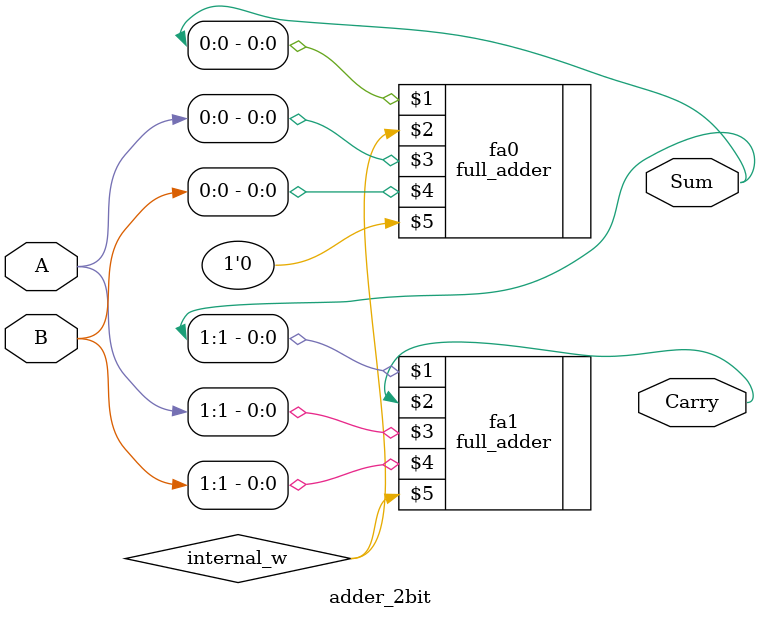
<source format=v>
`timescale 1ns / 1ps

module adder_2bit(Carry, Sum, A, B);

    //declare the outputs and imputs
    output wire Carry;
    output wire [1:0]Sum;
 
    input wire [1:0]A;
    input wire [1:0]B;

    //declare the internal nets (inner wires)
    wire internal_w;

//instantiate full adders (2-bit)
full_adder fa0(Sum[0], internal_w, A[0], B[0], 1'b0);
full_adder fa1(Sum[1], Carry, A[1], B[1], internal_w);

endmodule //end module



//////////////////////////////////////////////////////////////////////////////////
// Company: 
// Engineer: 
// 
// Create Date: 03/19/2025 07:56:47 PM
// Design Name: 
// Module Name: adder_2bit
// Project Name: 
// Target Devices: 
// Tool Versions: 
// Description: 
// 
// Dependencies: 
// 
// Revision:
// Revision 0.01 - File Created
// Additional Comments:
// 
//////////////////////////////////////////////////////////////////////////////////

</source>
